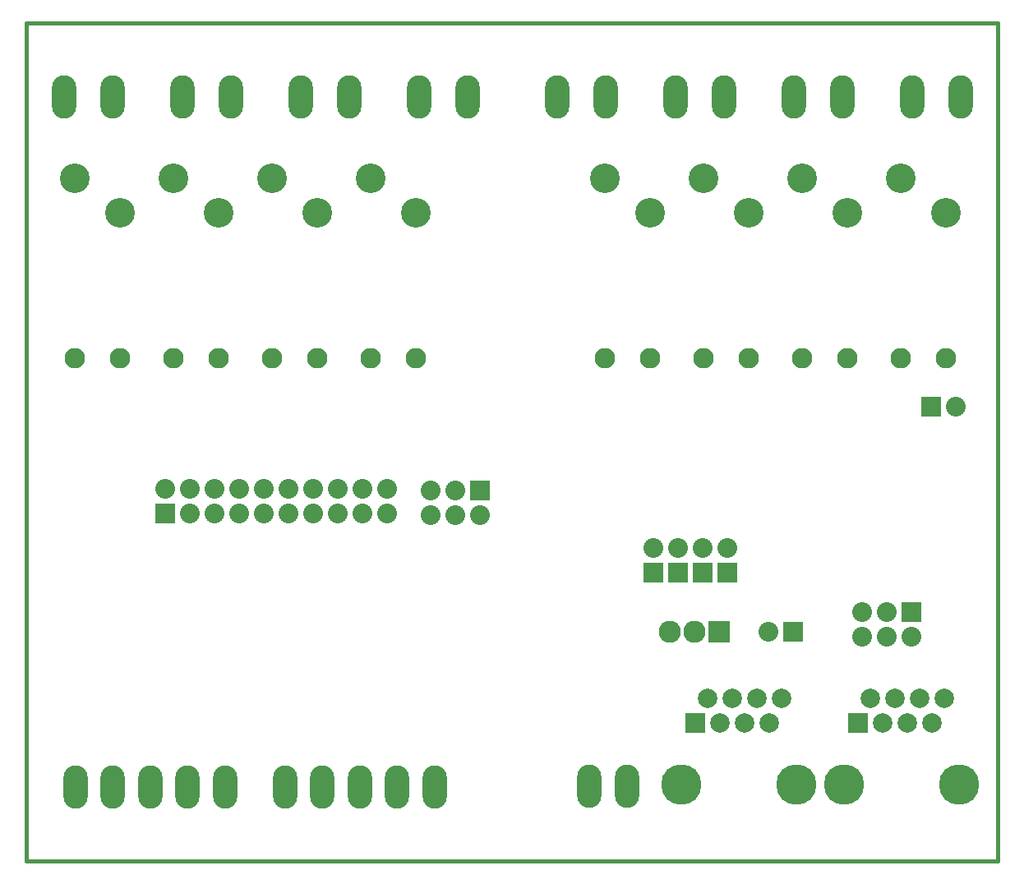
<source format=gbs>
G04 (created by PCBNEW (2013-mar-13)-testing) date mer. 01 mai 2013 21:42:49 CEST*
%MOIN*%
G04 Gerber Fmt 3.4, Leading zero omitted, Abs format*
%FSLAX34Y34*%
G01*
G70*
G90*
G04 APERTURE LIST*
%ADD10C,2.3622e-06*%
%ADD11C,0.015*%
%ADD12R,0.08X0.08*%
%ADD13C,0.08*%
%ADD14O,0.098X0.176*%
%ADD15C,0.1637*%
%ADD16R,0.0791X0.0791*%
%ADD17C,0.0791*%
%ADD18C,0.09*%
%ADD19R,0.09X0.09*%
%ADD20C,0.083*%
%ADD21C,0.12*%
G04 APERTURE END LIST*
G54D10*
G54D11*
X71500Y-62000D02*
X110900Y-62000D01*
X71500Y-28000D02*
X110900Y-28000D01*
X110900Y-28000D02*
X110800Y-28000D01*
X110900Y-62000D02*
X110900Y-28000D01*
X71500Y-62000D02*
X71500Y-28000D01*
G54D12*
X77150Y-47900D03*
G54D13*
X77150Y-46900D03*
X78150Y-47900D03*
X78150Y-46900D03*
X79150Y-47900D03*
X79150Y-46900D03*
X80150Y-47900D03*
X80150Y-46900D03*
X81150Y-47900D03*
X81150Y-46900D03*
X82150Y-47900D03*
X82150Y-46900D03*
X83150Y-47900D03*
X83150Y-46900D03*
X84150Y-47900D03*
X84150Y-46900D03*
X85150Y-47900D03*
X85150Y-46900D03*
X86150Y-47900D03*
X86150Y-46900D03*
G54D12*
X102600Y-52700D03*
G54D13*
X101600Y-52700D03*
G54D14*
X82000Y-59000D03*
X83515Y-59000D03*
X85031Y-59000D03*
X86547Y-59000D03*
X88062Y-59000D03*
X73500Y-59000D03*
X75015Y-59000D03*
X76531Y-59000D03*
X78047Y-59000D03*
X79562Y-59000D03*
G54D12*
X107400Y-51900D03*
G54D13*
X107400Y-52900D03*
X106400Y-51900D03*
X106400Y-52900D03*
X105400Y-51900D03*
X105400Y-52900D03*
G54D14*
X89390Y-31000D03*
X87420Y-31000D03*
X84590Y-31000D03*
X82620Y-31000D03*
X79790Y-31000D03*
X77820Y-31000D03*
X94990Y-31000D03*
X93020Y-31000D03*
X74990Y-31000D03*
X73020Y-31000D03*
X99790Y-31000D03*
X97820Y-31000D03*
X109390Y-31000D03*
X107420Y-31000D03*
X104590Y-31000D03*
X102620Y-31000D03*
G54D12*
X99950Y-50300D03*
G54D13*
X99950Y-49300D03*
G54D12*
X98950Y-50300D03*
G54D13*
X98950Y-49300D03*
G54D12*
X96950Y-50300D03*
G54D13*
X96950Y-49300D03*
G54D12*
X108200Y-43550D03*
G54D13*
X109200Y-43550D03*
G54D12*
X97950Y-50300D03*
G54D13*
X97950Y-49300D03*
G54D15*
X102738Y-58900D03*
X98065Y-58900D03*
G54D16*
X98650Y-56400D03*
G54D17*
X99150Y-55400D03*
X99650Y-56400D03*
X100150Y-55400D03*
X100650Y-56400D03*
X101150Y-55400D03*
X101650Y-56400D03*
X102150Y-55400D03*
G54D15*
X109338Y-58900D03*
X104665Y-58900D03*
G54D16*
X105250Y-56400D03*
G54D17*
X105750Y-55400D03*
X106250Y-56400D03*
X106750Y-55400D03*
X107250Y-56400D03*
X107750Y-55400D03*
X108250Y-56400D03*
X108750Y-55400D03*
G54D12*
X89900Y-46950D03*
G54D13*
X89900Y-47950D03*
X88900Y-46950D03*
X88900Y-47950D03*
X87900Y-46950D03*
X87900Y-47950D03*
G54D18*
X97600Y-52700D03*
X98600Y-52700D03*
G54D19*
X99600Y-52700D03*
G54D20*
X73453Y-41587D03*
X75303Y-41587D03*
G54D21*
X75303Y-35681D03*
X73453Y-34303D03*
G54D20*
X77453Y-41587D03*
X79303Y-41587D03*
G54D21*
X79303Y-35681D03*
X77453Y-34303D03*
G54D20*
X81453Y-41587D03*
X83303Y-41587D03*
G54D21*
X83303Y-35681D03*
X81453Y-34303D03*
G54D20*
X85453Y-41587D03*
X87303Y-41587D03*
G54D21*
X87303Y-35681D03*
X85453Y-34303D03*
G54D20*
X94953Y-41587D03*
X96803Y-41587D03*
G54D21*
X96803Y-35681D03*
X94953Y-34303D03*
G54D20*
X98953Y-41587D03*
X100803Y-41587D03*
G54D21*
X100803Y-35681D03*
X98953Y-34303D03*
G54D20*
X102953Y-41587D03*
X104803Y-41587D03*
G54D21*
X104803Y-35681D03*
X102953Y-34303D03*
G54D20*
X106953Y-41587D03*
X108803Y-41587D03*
G54D21*
X108803Y-35681D03*
X106953Y-34303D03*
G54D14*
X94350Y-58950D03*
X95865Y-58950D03*
M02*

</source>
